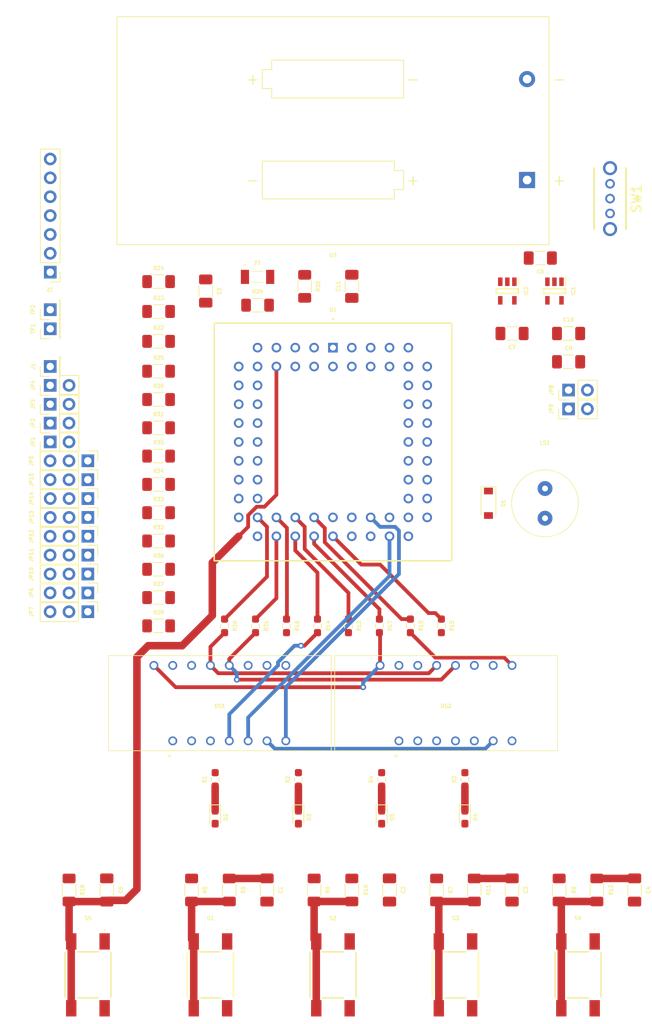
<source format=kicad_pcb>
(kicad_pcb (version 20211014) (generator pcbnew)
  (layers (0 "F.Cu" signal) (31 "B.Cu" signal) (34 "B.Paste" user) (35 "F.Paste" user) (36 "B.SilkS" user "B.Silkscreen") (37 "F.SilkS" user "F.Silkscreen") (38 "B.Mask" user) (39 "F.Mask" user) (44 "Edge.Cuts" user))
  (net 0 "")
  (net 1 "TIME_PLUS")
  (net 2 "GND")
  (net 3 "DIGIT_SWITCH")
  (net 4 "SWITCH_MODE")
  (net 5 "START")
  (net 6 "RESETN")
  (net 7 "+3V0")
  (net 8 "+1V0")
  (net 9 "+2V5")
  (net 10 "XIN")
  (net 11 "NR")
  (net 12 "Net-(C11-Pad1)")
  (net 13 "BUZZER")
  (net 14 "Net-(D2-Pad1)")
  (net 15 "Net-(D3-Pad1)")
  (net 16 "Net-(D4-Pad1)")
  (net 17 "Net-(D5-Pad1)")
  (net 18 "DIGIT_5")
  (net 19 "Net-(DS1-Pad2)")
  (net 20 "Net-(DS1-Pad3)")
  (net 21 "Net-(DS1-Pad4)")
  (net 22 "DIGIT_4")
  (net 23 "Net-(DS1-Pad6)")
  (net 24 "DIGIT_3")
  (net 25 "Net-(DS1-Pad8)")
  (net 28 "Net-(DS1-Pad11)")
  (net 29 "Net-(DS1-Pad12)")
  (net 32 "Net-(DS1-Pad15)")
  (net 33 "DIGIT_2")
  (net 34 "DIGIT_1")
  (net 35 "DIGIT_0")
  (net 40 "Net-(IC1-Pad5)")
  (net 42 "Net-(IC2-Pad5)")
  (net 43 "EXT_CLK_ENABLE")
  (net 44 "EXTERNAL_1HZ_ENABLE")
  (net 45 "TEST_MUX6TO1_0")
  (net 46 "TEST_MUX6TO1_1")
  (net 47 "TEST_MUX6TO1_2")
  (net 48 "TEST_MUX3TO1_0")
  (net 49 "TEST_MUX3TO1_1")
  (net 50 "TEST_MUX_EN")
  (net 51 "SET_TIME_LED")
  (net 52 "ALARM_LED")
  (net 53 "TIMER_LED")
  (net 54 "CLOCK_LED")
  (net 55 "Net-(R5-Pad2)")
  (net 56 "Net-(R10-Pad1)")
  (net 57 "Net-(R11-Pad1)")
  (net 58 "Net-(R12-Pad1)")
  (net 59 "E")
  (net 60 "D")
  (net 61 "DP")
  (net 62 "C")
  (net 63 "F")
  (net 64 "G")
  (net 65 "A")
  (net 66 "B")
  (net 67 "XOUT")
  (net 68 "ONE_HZ_TEST")
  (net 69 "SEG_BAR_0")
  (net 70 "SEG_BAR_1")
  (net 71 "SEG_BAR_2")
  (net 72 "SEG_BAR_3")
  (net 73 "SEG_BAR_4")
  (net 74 "SEG_BAR_5")
  (net 75 "SEG_BAR_6")
  (net 76 "Net-(JP1-Pad2)")
  (net 77 "Net-(JP2-Pad2)")
  (net 78 "Net-(JP3-Pad2)")
  (net 79 "Net-(JP4-Pad2)")
  (net 80 "Net-(JP5-Pad2)")
  (net 81 "Net-(JP6-Pad2)")
  (net 82 "Net-(JP7-Pad2)")
  (net 83 "Net-(JP10-Pad2)")
  (net 84 "Net-(JP11-Pad2)")
  (net 85 "Net-(JP12-Pad2)")
  (net 86 "Net-(JP13-Pad2)")
  (net 87 "Net-(JP14-Pad2)")
  (net 88 "Net-(JP15-Pad2)")
  (net 89 "ADV_HOUR")
  (net 90 "ADV_MINUTE")
  (net 91 "EXT_CLK")
  (net 92 "EXTERNAL_1HZ_IN")
  (net 93 "ADV_CLOCK_EN")
  (net 95 "Net-(U2-Pad1)")
  (footprint "Resistor_SMD:R_1206_3216Metric_Pad1.30x1.75mm_HandSolder" (layer "F.Cu") (at 123.19 161.925 90)
    (fp_text reference "R9")
    (fp_text value "10k")
  )
  (footprint "Resistor_SMD:R_0603_1608Metric_Pad0.98x0.95mm_HandSolder" (layer "F.Cu") (at 132.503333 147.0425 90)
    (fp_text reference "R2")
    (fp_text value "20")
  )
  (footprint "top_footprintlib:HP0315AFKP2R" (layer "F.Cu") (at 153.67 173.355)
    (fp_text reference "S3")
    (fp_text value "HP0315AFKP2-R" hide)
  )
  (footprint "Connector_PinHeader_2.54mm:PinHeader_1x02_P2.54mm_Vertical" (layer "F.Cu") (at 99.055 101.6 90)
    (fp_text reference "JP1")
    (fp_text value "Jumper_2_Bridged")
  )
  (footprint "Resistor_SMD:R_1206_3216Metric_Pad1.30x1.75mm_HandSolder" (layer "F.Cu") (at 113.665 84.031666)
    (fp_text reference "R23")
    (fp_text value "100")
  )
  (footprint "top_footprintlib:SS-12D07-VG" (layer "F.Cu") (at 174.498 68.834 90)
    (fp_text reference "SW1")
    (fp_text value "SW_SPDT" hide)
  )
  (footprint "top_footprintlib:HP0315AFKP2R" (layer "F.Cu") (at 170.18 173.355)
    (fp_text reference "S4")
    (fp_text value "HP0315AFKP2-R" hide)
  )
  (footprint "Connector_PinHeader_2.54mm:PinHeader_1x02_P2.54mm_Vertical" (layer "F.Cu") (at 168.905 94.615 90)
    (fp_text reference "JP8")
    (fp_text value "Jumper_2_Bridged")
  )
  (footprint "top_footprintlib:HP0315AFKP2R" (layer "F.Cu") (at 137.16 173.355)
    (fp_text reference "S2")
    (fp_text value "HP0315AFKP2-R" hide)
  )
  (footprint "Capacitor_SMD:C_1206_3216Metric_Pad1.33x1.80mm_HandSolder" (layer "F.Cu") (at 106.68 161.925 90)
    (fp_text reference "C5")
    (fp_text value "33n")
  )
  (footprint "Connector_PinHeader_2.54mm:PinHeader_1x01_P2.54mm_Vertical" (layer "F.Cu") (at 99.06 86.36 90)
    (fp_text reference "TP1")
    (fp_text value "TestPoint")
  )
  (footprint "Connector_PinHeader_2.54mm:PinHeader_1x03_P2.54mm_Vertical" (layer "F.Cu") (at 104.14 109.22 -90)
    (fp_text reference "JP14")
    (fp_text value "Jumper_3_Bridged12")
  )
  (footprint "Connector_PinHeader_2.54mm:PinHeader_1x02_P2.54mm_Vertical" (layer "F.Cu") (at 99.055 93.98 90)
    (fp_text reference "JP4")
    (fp_text value "Jumper_2_Bridged")
  )
  (footprint "LED_SMD:LED_0603_1608Metric_Pad1.05x0.95mm_HandSolder" (layer "F.Cu") (at 121.285 152.1225 -90)
    (fp_text reference "D2")
    (fp_text value "LED")
  )
  (footprint "Resistor_SMD:R_1206_3216Metric_Pad1.30x1.75mm_HandSolder" (layer "F.Cu") (at 127 83.185)
    (fp_text reference "R29")
    (fp_text value "100M")
  )
  (footprint "Connector_PinHeader_2.54mm:PinHeader_1x02_P2.54mm_Vertical" (layer "F.Cu") (at 168.905 97.155 90)
    (fp_text reference "JP9")
    (fp_text value "Jumper_2_Bridged")
  )
  (footprint "Resistor_SMD:R_1206_3216Metric_Pad1.30x1.75mm_HandSolder" (layer "F.Cu") (at 113.665 111.125)
    (fp_text reference "R33")
    (fp_text value "100")
  )
  (footprint "Connector_PinHeader_2.54mm:PinHeader_1x02_P2.54mm_Vertical" (layer "F.Cu") (at 99.05 96.52 90)
    (fp_text reference "JP3")
    (fp_text value "Jumper_2_Bridged")
  )
  (footprint "Connector_PinHeader_2.54mm:PinHeader_1x03_P2.54mm_Vertical" (layer "F.Cu") (at 104.125 114.3 -90)
    (fp_text reference "JP12")
    (fp_text value "Jumper_3_Bridged12")
  )
  (footprint "Connector_PinHeader_2.54mm:PinHeader_1x03_P2.54mm_Vertical" (layer "F.Cu") (at 104.125 116.84 -90)
    (fp_text reference "JP11")
    (fp_text value "Jumper_3_Bridged12")
  )
  (footprint "top_footprintlib:HP0315AFKP2R" (layer "F.Cu") (at 104.14 173.355)
    (fp_text reference "S5")
    (fp_text value "HP0315AFKP2-R" hide)
  )
  (footprint "LED_SMD:LED_0603_1608Metric_Pad1.05x0.95mm_HandSolder" (layer "F.Cu") (at 132.503333 152.1225 -90)
    (fp_text reference "D3")
    (fp_text value "LED")
  )
  (footprint "top_footprintlib:CC5VT1A" (layer "F.Cu") (at 127 79.375)
    (fp_text reference "Y1")
    (fp_text value "Crystal 32.768kHz" hide)
  )
  (footprint "Resistor_SMD:R_0603_1608Metric_Pad0.98x0.95mm_HandSolder" (layer "F.Cu") (at 122.555 126.365 -90)
    (fp_text reference "R20")
    (fp_text value "20")
  )
  (footprint "LED_SMD:LED_0603_1608Metric_Pad1.05x0.95mm_HandSolder" (layer "F.Cu") (at 154.94 152.1225 -90)
    (fp_text reference "D4")
    (fp_text value "LED")
  )
  (footprint "Capacitor_SMD:C_1206_3216Metric_Pad1.33x1.80mm_HandSolder" (layer "F.Cu") (at 144.78 161.925 -90)
    (fp_text reference "C2")
    (fp_text value "33n")
  )
  (footprint "Capacitor_SMD:C_1206_3216Metric_Pad1.33x1.80mm_HandSolder" (layer "F.Cu") (at 120.015 81.28 -90)
    (fp_text reference "C9")
    (fp_text value "18p")
  )
  (footprint "Resistor_SMD:R_1206_3216Metric_Pad1.30x1.75mm_HandSolder" (layer "F.Cu") (at 134.62 161.925 -90)
    (fp_text reference "R6")
    (fp_text value "10k")
  )
  (footprint "top_footprintlib:LTC4724JR" (layer "F.Cu") (at 146.05 141.85)
    (fp_text reference "DS2")
    (fp_text value "LTC-4724JR" hide)
  )
  (footprint "Resistor_SMD:R_0603_1608Metric_Pad0.98x0.95mm_HandSolder" (layer "F.Cu") (at 151.765 126.365 -90)
    (fp_text reference "R15")
    (fp_text value "20")
  )
  (footprint "Capacitor_SMD:C_1206_3216Metric_Pad1.33x1.80mm_HandSolder" (layer "F.Cu") (at 139.7 80.645 90)
    (fp_text reference "C11")
    (fp_text value "18p")
  )
  (footprint "Resistor_SMD:R_1206_3216Metric_Pad1.30x1.75mm_HandSolder" (layer "F.Cu") (at 113.665 122.555)
    (fp_text reference "R27")
    (fp_text value "100")
  )
  (footprint "Resistor_SMD:R_1206_3216Metric_Pad1.30x1.75mm_HandSolder" (layer "F.Cu") (at 101.6 161.925 -90)
    (fp_text reference "R18")
    (fp_text value "10k")
  )
  (footprint "Connector_PinHeader_2.54mm:PinHeader_1x01_P2.54mm_Vertical" (layer "F.Cu") (at 99.055 91.44 90)
    (fp_text reference "J1")
    (fp_text value "Conn_01x01_Male")
  )
  (footprint "Diode_SMD:D_SOD-123" (layer "F.Cu") (at 158.115 109.855 -90)
    (fp_text reference "D1")
    (fp_text value "1N4148W")
  )
  (footprint "Resistor_SMD:R_1206_3216Metric_Pad1.30x1.75mm_HandSolder" (layer "F.Cu") (at 113.665 80.01)
    (fp_text reference "R24")
    (fp_text value "100")
  )
  (footprint "Resistor_SMD:R_1206_3216Metric_Pad1.30x1.75mm_HandSolder" (layer "F.Cu") (at 113.665 88.053332)
    (fp_text reference "R22")
    (fp_text value "100")
  )
  (footprint "Capacitor_SMD:C_1206_3216Metric_Pad1.33x1.80mm_HandSolder" (layer "F.Cu") (at 165.1 76.835 180)
    (fp_text reference "C6")
    (fp_text value "1u")
  )
  (footprint "Resistor_SMD:R_0603_1608Metric_Pad0.98x0.95mm_HandSolder" (layer "F.Cu") (at 130.900714 126.365 -90)
    (fp_text reference "R16")
    (fp_text value "20")
  )
  (footprint "Resistor_SMD:R_1206_3216Metric_Pad1.30x1.75mm_HandSolder" (layer "F.Cu") (at 118.11 161.925 -90)
    (fp_text reference "R5")
    (fp_text value "10k")
  )
  (footprint "Resistor_SMD:R_1206_3216Metric_Pad1.30x1.75mm_HandSolder" (layer "F.Cu") (at 113.665 126.365)
    (fp_text reference "R28")
    (fp_text value "100")
  )
  (footprint "Connector_PinHeader_2.54mm:PinHeader_1x01_P2.54mm_Vertical" (layer "F.Cu") (at 99.06 83.79 90)
    (fp_text reference "TP2")
    (fp_text value "TestPoint")
  )
  (footprint "top_footprintlib:LTC4724JR" (layer "F.Cu") (at 115.57 141.85)
    (fp_text reference "DS1")
    (fp_text value "LTC-4724JR" hide)
  )
  (footprint "Capacitor_SMD:C_1206_3216Metric_Pad1.33x1.80mm_HandSolder" (layer "F.Cu") (at 161.29 86.995 180)
    (fp_text reference "C7")
    (fp_text value "1u")
  )
  (footprint "top_footprintlib:PLCC68" (layer "F.Cu") (at 137.16 88.9)
    (fp_text reference "U1")
    (fp_text value "digital clock" hide)
  )
  (footprint "Resistor_SMD:R_0603_1608Metric_Pad0.98x0.95mm_HandSolder" (layer "F.Cu") (at 135.073571 126.365 -90)
    (fp_text reference "R14")
    (fp_text value "20")
  )
  (footprint "Resistor_SMD:R_1206_3216Metric_Pad1.30x1.75mm_HandSolder" (layer "F.Cu") (at 113.665 92.075)
    (fp_text reference "R25")
    (fp_text value "100")
  )
  (footprint "Resistor_SMD:R_0603_1608Metric_Pad0.98x0.95mm_HandSolder" (layer "F.Cu") (at 143.419285 126.365 -90)
    (fp_text reference "R17")
    (fp_text value "20")
  )
  (footprint "Connector_PinHeader_2.54mm:PinHeader_1x03_P2.54mm_Vertical" (layer "F.Cu") (at 104.125 121.92 -90)
    (fp_text reference "JP6")
    (fp_text value "Jumper_3_Bridged12")
  )
  (footprint "top_footprintlib:HP0315AFKP2R" (layer "F.Cu") (at 120.65 173.355)
    (fp_text reference "S1")
    (fp_text value "HP0315AFKP2-R" hide)
  )
  (footprint "Connector_PinHeader_2.54mm:PinHeader_1x03_P2.54mm_Vertical" (layer "F.Cu") (at 104.125 104.14 -90)
    (fp_text reference "JP5")
    (fp_text value "Jumper_3_Bridged12")
  )
  (footprint "Resistor_SMD:R_0603_1608Metric_Pad0.98x0.95mm_HandSolder" (layer "F.Cu") (at 139.246428 126.365 -90)
    (fp_text reference "R13")
    (fp_text value "20")
  )
  (footprint "Resistor_SMD:R_1206_3216Metric_Pad1.30x1.75mm_HandSolder" (layer "F.Cu") (at 113.665 103.505)
    (fp_text reference "R35")
    (fp_text value "100")
  )
  (footprint "Resistor_SMD:R_0603_1608Metric_Pad0.98x0.95mm_HandSolder" (layer "F.Cu") (at 121.285 147.0425 90)
    (fp_text reference "R1")
    (fp_text value "20")
  )
  (footprint "Resistor_SMD:R_1206_3216Metric_Pad1.30x1.75mm_HandSolder" (layer "F.Cu") (at 113.665 118.745)
    (fp_text reference "R36")
    (fp_text value "100")
  )
  (footprint "Connector_PinHeader_2.54mm:PinHeader_1x02_P2.54mm_Vertical" (layer "F.Cu") (at 99.05 99.06 90)
    (fp_text reference "JP2")
    (fp_text value "Jumper_2_Bridged")
  )
  (footprint "Resistor_SMD:R_1206_3216Metric_Pad1.30x1.75mm_HandSolder" (layer "F.Cu") (at 139.7 161.925 90)
    (fp_text reference "R10")
    (fp_text value "10k")
  )
  (footprint "top_footprintlib:SOT95P280X145-5N" (layer "F.Cu") (at 160.655 81.28 -90)
    (fp_text reference "IC2")
    (fp_text value "LD39015M10R" hide)
  )
  (footprint "Capacitor_SMD:C_1206_3216Metric_Pad1.33x1.80mm_HandSolder" (layer "F.Cu") (at 128.27 161.925 -90)
    (fp_text reference "C1")
    (fp_text value "33n")
  )
  (footprint "Capacitor_SMD:C_1206_3216Metric_Pad1.33x1.80mm_HandSolder" (layer "F.Cu") (at 168.91 86.995)
    (fp_text reference "C10")
    (fp_text value "1u")
  )
  (footprint "Battery:BatteryHolder_MPD_BC2AAPC_2xAA" (layer "F.Cu") (at 163.32 66.33 180)
    (fp_text reference "U2")
    (fp_text value "BC2AAPC")
  )
  (footprint "Connector_PinHeader_2.54mm:PinHeader_1x03_P2.54mm_Vertical" (layer "F.Cu") (at 104.125 124.46 -90)
    (fp_text reference "JP7")
    (fp_text value "Jumper_3_Bridged12")
  )
  (footprint "Resistor_SMD:R_1206_3216Metric_Pad1.30x1.75mm_HandSolder" (layer "F.Cu") (at 156.21 161.925 90)
    (fp_text reference "R11")
    (fp_text value "10k")
  )
  (footprint "Capacitor_SMD:C_1206_3216Metric_Pad1.33x1.80mm_HandSolder" (layer "F.Cu") (at 177.8 161.925 -90)
    (fp_text reference "C4")
    (fp_text value "33n")
  )
  (footprint "Resistor_SMD:R_1206_3216Metric_Pad1.30x1.75mm_HandSolder" (layer "F.Cu") (at 133.35 80.645 -90)
    (fp_text reference "R30")
    (fp_text value "0")
  )
  (footprint "Resistor_SMD:R_1206_3216Metric_Pad1.30x1.75mm_HandSolder" (layer "F.Cu") (at 172.72 161.925 90)
    (fp_text reference "R12")
    (fp_text value "10k")
  )
  (footprint "LED_SMD:LED_0603_1608Metric_Pad1.05x0.95mm_HandSolder" (layer "F.Cu") (at 143.721666 152.1225 -90)
    (fp_text reference "D5")
    (fp_text value "LED")
  )
  (footprint "Resistor_SMD:R_0603_1608Metric_Pad0.98x0.95mm_HandSolder" (layer "F.Cu") (at 143.721666 147.0425 90)
    (fp_text reference "R4")
    (fp_text value "20")
  )
  (footprint "Connector_PinHeader_2.54mm:PinHeader_1x07_P2.54mm_Vertical" (layer "F.Cu") (at 99.06 78.74 180)
    (fp_text reference "J2")
    (fp_text value "Conn_01x07_Male")
  )
  (footprint "Connector_PinHeader_2.54mm:PinHeader_1x03_P2.54mm_Vertical" (layer "F.Cu") (at 104.125 106.68 -90)
    (fp_text reference "JP15")
    (fp_text value "Jumper_3_Bridged12")
  )
  (footprint "Connector_PinHeader_2.54mm:PinHeader_1x03_P2.54mm_Vertical" (layer "F.Cu") (at 104.125 119.38 -90)
    (fp_text reference "JP10")
    (fp_text value "Jumper_3_Bridged12")
  )
  (footprint "Resistor_SMD:R_1206_3216Metric_Pad1.30x1.75mm_HandSolder" (layer "F.Cu") (at 113.665 107.315)
    (fp_text reference "R34")
    (fp_text value "100")
  )
  (footprint "Resistor_SMD:R_0603_1608Metric_Pad0.98x0.95mm_HandSolder" (layer "F.Cu") (at 147.592142 126.365 -90)
    (fp_text reference "R19")
    (fp_text value "20")
  )
  (footprint "Resistor_SMD:R_1206_3216Metric_Pad1.30x1.75mm_HandSolder" (layer "F.Cu") (at 167.64 161.925 -90)
    (fp_text reference "R8")
    (fp_text value "10k")
  )
  (footprint "top_footprintlib:SOT95P280X145-5N" (layer "F.Cu") (at 167.005 81.28 -90)
    (fp_text reference "IC1")
    (fp_text value "REG113NA-2.5_3K" hide)
  )
  (footprint "Resistor_SMD:R_1206_3216Metric_Pad1.30x1.75mm_HandSolder" (layer "F.Cu") (at 151.13 161.925 -90)
    (fp_text reference "R7")
    (fp_text value "10k")
  )
  (footprint "Resistor_SMD:R_1206_3216Metric_Pad1.30x1.75mm_HandSolder" (layer "F.Cu") (at 113.665 95.885)
    (fp_text reference "R26")
    (fp_text value "100")
  )
  (footprint "Resistor_SMD:R_0603_1608Metric_Pad0.98x0.95mm_HandSolder" (layer "F.Cu") (at 154.94 147.0425 90)
    (fp_text reference "R3")
    (fp_text value "20")
  )
  (footprint "top_footprintlib:CMT090485T" (layer "F.Cu") (at 165.735 111.87)
    (fp_text reference "LS1")
    (fp_text value "CMT-0904-85T" hide)
  )
  (footprint "Capacitor_SMD:C_1206_3216Metric_Pad1.33x1.80mm_HandSolder" (layer "F.Cu") (at 161.29 161.925 -90)
    (fp_text reference "C3")
    (fp_text value "33n")
  )
  (footprint "Connector_PinHeader_2.54mm:PinHeader_1x03_P2.54mm_Vertical" (layer "F.Cu") (at 104.14 111.76 -90)
    (fp_text reference "JP13")
    (fp_text value "Jumper_3_Bridged12")
  )
  (footprint "Resistor_SMD:R_1206_3216Metric_Pad1.30x1.75mm_HandSolder" (layer "F.Cu") (at 113.665 114.935)
    (fp_text reference "R32")
    (fp_text value "100")
  )
  (footprint "Capacitor_SMD:C_1206_3216Metric_Pad1.33x1.80mm_HandSolder" (layer "F.Cu") (at 168.91 90.805)
    (fp_text reference "C8")
    (fp_text value "1u")
  )
  (footprint "Resistor_SMD:R_1206_3216Metric_Pad1.30x1.75mm_HandSolder" (layer "F.Cu") (at 113.665 99.695)
    (fp_text reference "R31")
    (fp_text value "100")
  )
  (footprint "Resistor_SMD:R_0603_1608Metric_Pad0.98x0.95mm_HandSolder" (layer "F.Cu") (at 126.727857 126.365 -90)
    (fp_text reference "R21")
    (fp_text value "20")
  )
  (segment (start 123.19 160.375) (end 128.2575 160.375) (width 1.016) (layer "F.Cu") (net 1))
  (segment (start 128.2575 160.375) (end 128.27 160.3625) (width 1.016) (layer "F.Cu") (net 1))
  (segment (start 156.21 160.375) (end 161.2775 160.375) (width 1.016) (layer "F.Cu") (net 4))
  (segment (start 161.2775 160.375) (end 161.29 160.3625) (width 1.016) (layer "F.Cu") (net 4))
  (segment (start 177.7875 160.375) (end 177.8 160.3625) (width 1.016) (layer "F.Cu") (net 5))
  (segment (start 172.72 160.375) (end 177.7875 160.375) (width 1.016) (layer "F.Cu") (net 5))
  (segment (start 110.744 130.556) (end 111.506 129.794) (width 1.016) (layer "F.Cu") (net 6))
  (segment (start 101.6125 163.4875) (end 101.6 163.475) (width 1.016) (layer "F.Cu") (net 6))
  (segment (start 101.6 168.565) (end 101.89 168.855) (width 1.016) (layer "F.Cu") (net 6))
  (segment (start 125.73 111.468708) (end 126.874708 110.324) (width 0.508) (layer "F.Cu") (net 6))
  (segment (start 120.904 118.618) (end 120.904 117.856) (width 1.016) (layer "F.Cu") (net 6))
  (segment (start 127.928 110.324) (end 129.54 108.712) (width 0.508) (layer "F.Cu") (net 6))
  (segment (start 126.874708 110.324) (end 127.928 110.324) (width 0.508) (layer "F.Cu") (net 6))
  (segment (start 106.68 163.4875) (end 101.6125 163.4875) (width 1.016) (layer "F.Cu") (net 6))
  (segment (start 120.904 124.968) (end 120.904 118.618) (width 1.016) (layer "F.Cu") (net 6))
  (segment (start 116.84 129.032) (end 120.904 124.968) (width 1.016) (layer "F.Cu") (net 6))
  (segment (start 106.8455 163.322) (end 109.22 163.322) (width 1.016) (layer "F.Cu") (net 6))
  (segment (start 101.89 168.855) (end 101.89 177.855) (width 1.016) (layer "F.Cu") (net 6))
  (segment (start 101.6 163.475) (end 101.89 163.765) (width 0.25) (layer "F.Cu") (net 6))
  (segment (start 129.54 108.712) (end 129.54 91.44) (width 0.508) (layer "F.Cu") (net 6))
  (segment (start 124.46 114.3) (end 125.73 113.03) (width 0.508) (layer "F.Cu") (net 6))
  (segment (start 120.904 117.856) (end 124.46 114.3) (width 1.016) (layer "F.Cu") (net 6))
  (segment (start 110.744 161.29) (end 110.744 130.556) (width 1.016) (layer "F.Cu") (net 6))
  (segment (start 125.73 113.03) (end 125.73 111.468708) (width 0.508) (layer "F.Cu") (net 6))
  (segment (start 110.744 161.798) (end 110.744 161.29) (width 1.016) (layer "F.Cu") (net 6))
  (segment (start 112.268 129.032) (end 116.84 129.032) (width 1.016) (layer "F.Cu") (net 6))
  (segment (start 109.22 163.322) (end 110.744 161.798) (width 1.016) (layer "F.Cu") (net 6))
  (segment (start 101.6 163.475) (end 101.6 168.565) (width 1.016) (layer "F.Cu") (net 6))
  (segment (start 111.506 129.794) (end 112.268 129.032) (width 1.016) (layer "F.Cu") (net 6))
  (segment (start 106.68 163.4875) (end 106.8455 163.322) (width 1.016) (layer "F.Cu") (net 6))
  (segment (start 121.285 147.955) (end 121.285 151.2475) (width 1.016) (layer "F.Cu") (net 14))
  (segment (start 132.503333 147.955) (end 132.503333 151.2475) (width 1.016) (layer "F.Cu") (net 15))
  (segment (start 154.94 147.955) (end 154.94 151.2475) (width 1.016) (layer "F.Cu") (net 16))
  (segment (start 143.721666 147.955) (end 143.721666 151.2475) (width 1.016) (layer "F.Cu") (net 17))
  (segment (start 133.319071 129.032) (end 135.073571 127.2775) (width 0.508) (layer "F.Cu") (net 21))
  (segment (start 132.842 129.032) (end 133.319071 129.032) (width 0.508) (layer "F.Cu") (net 21))
  (via (at 132.842 129.032) (size 0.8) (drill 0.4) (layers "F.Cu" "B.Cu") (net 21))
  (segment (start 123.19 141.85) (end 123.19 138.260582) (width 0.508) (layer "B.Cu") (net 21))
  (segment (start 131.977418 129.032) (end 132.842 129.032) (width 0.508) (layer "B.Cu") (net 21))
  (segment (start 123.19 138.260582) (end 129.756 131.694582) (width 0.508) (layer "B.Cu") (net 21))
  (segment (start 129.756 131.694582) (end 129.756 131.253418) (width 0.508) (layer "B.Cu") (net 21))
  (segment (start 129.756 131.253418) (end 131.977418 129.032) (width 0.508) (layer "B.Cu") (net 21))
  (segment (start 125.73 138.699442) (end 144.78 119.649442) (width 0.508) (layer "B.Cu") (net 22))
  (segment (start 125.73 141.85) (end 125.73 138.699442) (width 0.508) (layer "B.Cu") (net 22))
  (segment (start 144.78 119.649442) (end 144.78 114.3) (width 0.508) (layer "B.Cu") (net 22))
  (segment (start 157.696 142.904) (end 158.75 141.85) (width 0.508) (layer "B.Cu") (net 23))
  (segment (start 128.27 141.85) (end 129.324 142.904) (width 0.508) (layer "B.Cu") (net 23))
  (segment (start 129.324 142.904) (end 157.696 142.904) (width 0.508) (layer "B.Cu") (net 23))
  (segment (start 146.05 113.538) (end 145.542 113.03) (width 0.508) (layer "B.Cu") (net 24))
  (segment (start 143.51 113.03) (end 142.24 111.76) (width 0.508) (layer "B.Cu") (net 24))
  (segment (start 130.81 141.85) (end 130.81 134.62) (width 0.508) (layer "B.Cu") (net 24))
  (segment (start 146.05 119.38) (end 146.05 113.538) (width 0.508) (layer "B.Cu") (net 24))
  (segment (start 130.81 134.62) (end 146.05 119.38) (width 0.508) (layer "B.Cu") (net 24))
  (segment (start 145.542 113.03) (end 143.51 113.03) (width 0.508) (layer "B.Cu") (net 24))
  (segment (start 150.950642 130.636) (end 147.592142 127.2775) (width 0.508) (layer "F.Cu") (net 25))
  (segment (start 160.236 130.636) (end 150.950642 130.636) (width 0.508) (layer "F.Cu") (net 25))
  (segment (start 161.29 131.69) (end 160.236 130.636) (width 0.508) (layer "F.Cu") (net 25))
  (segment (start 153.67 131.69) (end 151.756 133.604) (width 0.508) (layer "F.Cu") (net 28))
  (segment (start 123.19 131.69) (end 123.19 130.815357) (width 0.508) (layer "F.Cu") (net 28))
  (segment (start 123.19 130.815357) (end 126.727857 127.2775) (width 0.508) (layer "F.Cu") (net 28))
  (segment (start 151.756 133.604) (end 124.206 133.604) (width 0.508) (layer "F.Cu") (net 28))
  (via (at 124.206 133.604) (size 0.8) (drill 0.4) (layers "F.Cu" "B.Cu") (net 28))
  (segment (start 124.206 133.604) (end 124.206 132.706) (width 0.508) (layer "B.Cu") (net 28))
  (segment (start 124.206 132.706) (end 123.19 131.69) (width 0.508) (layer "B.Cu") (net 28))
  (segment (start 120.65 129.1825) (end 122.555 127.2775) (width 0.508) (layer "F.Cu") (net 29))
  (segment (start 121.704 132.744) (end 120.65 131.69) (width 0.508) (layer "F.Cu") (net 29))
  (segment (start 120.65 131.69) (end 120.65 129.1825) (width 0.508) (layer "F.Cu") (net 29))
  (segment (start 151.13 131.69) (end 150.076 132.744) (width 0.508) (layer "F.Cu") (net 29))
  (segment (start 150.076 132.744) (end 121.704 132.744) (width 0.508) (layer "F.Cu") (net 29))
  (segment (start 143.51 127.368215) (end 143.419285 127.2775) (width 0.508) (layer "F.Cu") (net 32))
  (segment (start 115.96 134.62) (end 141.224 134.62) (width 0.508) (layer "F.Cu") (net 32))
  (segment (start 143.51 131.69) (end 143.51 127.368215) (width 0.508) (layer "F.Cu") (net 32))
  (segment (start 113.03 131.69) (end 115.96 134.62) (width 0.508) (layer "F.Cu") (net 32))
  (via (at 141.224 134.62) (size 0.8) (drill 0.4) (layers "F.Cu" "B.Cu") (net 32))
  (segment (start 141.224 133.976) (end 143.51 131.69) (width 0.508) (layer "B.Cu") (net 32))
  (segment (start 141.224 134.62) (end 141.224 133.976) (width 0.508) (layer "B.Cu") (net 32))
  (segment (start 132.503333 146.13) (end 132.508 146.13) (width 0.508) (layer "F.Cu") (net 52))
  (segment (start 118.11 163.475) (end 123.19 163.475) (width 1.016) (layer "F.Cu") (net 55))
  (segment (start 118.4 168.855) (end 118.4 177.855) (width 1.016) (layer "F.Cu") (net 55))
  (segment (start 118.11 163.475) (end 118.11 168.565) (width 1.016) (layer "F.Cu") (net 55))
  (segment (start 118.11 168.565) (end 118.4 168.855) (width 1.016) (layer "F.Cu") (net 55))
  (segment (start 134.62 168.565) (end 134.91 168.855) (width 1.016) (layer "F.Cu") (net 56))
  (segment (start 134.91 177.855) (end 134.91 168.855) (width 1.016) (layer "F.Cu") (net 56))
  (segment (start 134.62 163.475) (end 134.62 168.565) (width 1.016) (layer "F.Cu") (net 56))
  (segment (start 134.62 163.475) (end 139.7 163.475) (width 1.016) (layer "F.Cu") (net 56))
  (segment (start 151.42 168.855) (end 151.42 163.765) (width 1.016) (layer "F.Cu") (net 57))
  (segment (start 151.13 163.475) (end 156.21 163.475) (width 1.016) (layer "F.Cu") (net 57))
  (segment (start 151.42 168.855) (end 151.42 177.855) (width 1.016) (layer "F.Cu") (net 57))
  (segment (start 151.42 163.765) (end 151.13 163.475) (width 1.016) (layer "F.Cu") (net 57))
  (segment (start 167.64 163.475) (end 172.72 163.475) (width 1.016) (layer "F.Cu") (net 58))
  (segment (start 167.93 168.855) (end 167.93 163.765) (width 1.016) (layer "F.Cu") (net 58))
  (segment (start 167.93 163.765) (end 167.64 163.475) (width 1.016) (layer "F.Cu") (net 58))
  (segment (start 167.93 177.855) (end 167.93 168.855) (width 1.016) (layer "F.Cu") (net 58))
  (segment (start 139.246428 125.4525) (end 139.246428 121.916039) (width 0.508) (layer "F.Cu") (net 59))
  (segment (start 133.35 116.019611) (end 133.35 113.03) (width 0.508) (layer "F.Cu") (net 59))
  (segment (start 133.35 113.03) (end 132.08 111.76) (width 0.508) (layer "F.Cu") (net 59))
  (segment (start 139.246428 121.916039) (end 133.35 116.019611) (width 0.508) (layer "F.Cu") (net 59))
  (segment (start 132.08 114.3) (end 132.08 116.205) (width 0.508) (layer "F.Cu") (net 60))
  (segment (start 132.08 116.205) (end 135.073571 119.198571) (width 0.508) (layer "F.Cu") (net 60))
  (segment (start 135.073571 119.198571) (end 135.073571 125.4525) (width 0.508) (layer "F.Cu") (net 60))
  (segment (start 140.97 118.11) (end 137.16 114.3) (width 0.508) (layer "F.Cu") (net 61))
  (segment (start 143.51 118.11) (end 140.97 118.11) (width 0.508) (layer "F.Cu") (net 61))
  (segment (start 150.04 124.64) (end 143.51 118.11) (width 0.508) (layer "F.Cu") (net 61))
  (segment (start 151.765 125.4525) (end 150.9525 124.64) (width 0.508) (layer "F.Cu") (net 61))
  (segment (start 150.9525 124.64) (end 150.04 124.64) (width 0.508) (layer "F.Cu") (net 61))
  (segment (start 130.955699 125.397515) (end 130.900714 125.4525) (width 0.508) (layer "F.Cu") (net 62))
  (segment (start 129.54 111.76) (end 130.955699 113.175699) (width 0.508) (layer "F.Cu") (net 62))
  (segment (start 130.955699 113.175699) (end 130.955699 125.397515) (width 0.508) (layer "F.Cu") (net 62))
  (segment (start 134.62 114.3) (end 134.62 115.316) (width 0.508) (layer "F.Cu") (net 63))
  (segment (start 143.419285 124.115285) (end 143.419285 125.4525) (width 0.508) (layer "F.Cu") (net 63))
  (segment (start 134.62 115.316) (end 143.419285 124.115285) (width 0.508) (layer "F.Cu") (net 63))
  (segment (start 136.061103 113.201103) (end 134.62 111.76) (width 0.508) (layer "F.Cu") (net 64))
  (segment (start 136.061103 115.107499) (end 136.061103 113.201103) (width 0.508) (layer "F.Cu") (net 64))
  (segment (start 146.406104 125.4525) (end 136.061103 115.107499) (width 0.508) (layer "F.Cu") (net 64))
  (segment (start 147.592142 125.4525) (end 146.406104 125.4525) (width 0.508) (layer "F.Cu") (net 64))
  (segment (start 128.27 119.7375) (end 122.555 125.4525) (width 0.508) (layer "F.Cu") (net 65))
  (segment (start 128.27 113.03) (end 128.27 119.7375) (width 0.508) (layer "F.Cu") (net 65))
  (segment (start 127 111.76) (end 128.27 113.03) (width 0.508) (layer "F.Cu") (net 65))
  (segment (start 129.54 114.3) (end 129.54 122.640357) (width 0.508) (layer "F.Cu") (net 66))
  (segment (start 129.54 122.640357) (end 126.727857 125.4525) (width 0.508) (layer "F.Cu") (net 66))
)
</source>
